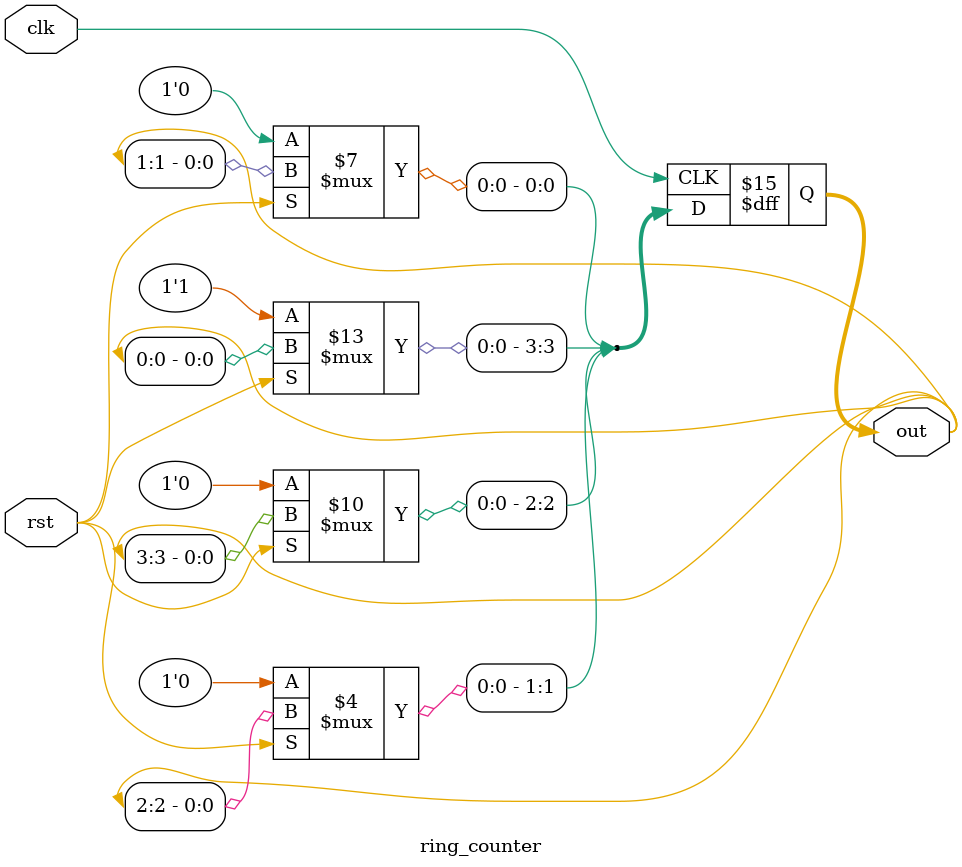
<source format=v>
`timescale 1ns / 1ps

module ring_counter(
    input rst, clk,
    output reg [3:0] out
);

    always@ (posedge clk) begin
        if (!rst) out <= 4'b1000;
        else begin
            out[3] <= out[0];
            out[2] <= out[3];
            out[1] <= out[2];
            out[0] <= out[1];
        end
    end

endmodule

</source>
